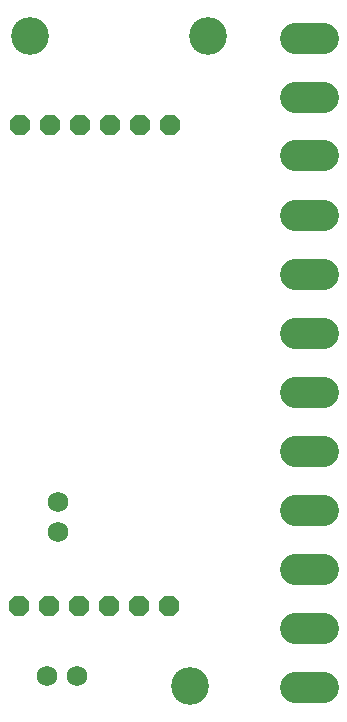
<source format=gbr>
G04 EAGLE Gerber RS-274X export*
G75*
%MOMM*%
%FSLAX34Y34*%
%LPD*%
%INSoldermask Top*%
%IPPOS*%
%AMOC8*
5,1,8,0,0,1.08239X$1,22.5*%
G01*
%ADD10C,3.203200*%
%ADD11C,2.583200*%
%ADD12C,1.727200*%
%ADD13P,1.869504X8X292.500000*%
%ADD14P,1.869504X8X112.500000*%


D10*
X170000Y50000D03*
X35000Y600000D03*
X185000Y600000D03*
D11*
X259300Y499110D02*
X283100Y499110D01*
X283100Y449110D02*
X259300Y449110D01*
D12*
X58500Y180100D03*
X58500Y205500D03*
X48800Y58500D03*
X74200Y58500D03*
D11*
X259300Y598910D02*
X283100Y598910D01*
X283100Y548910D02*
X259300Y548910D01*
X259300Y399110D02*
X283100Y399110D01*
X283100Y349110D02*
X259300Y349110D01*
X259300Y299110D02*
X283100Y299110D01*
X283100Y249110D02*
X259300Y249110D01*
X259300Y199110D02*
X283100Y199110D01*
X283100Y149110D02*
X259300Y149110D01*
X259300Y99010D02*
X283100Y99010D01*
X283100Y49010D02*
X259300Y49010D01*
D13*
X152600Y117800D03*
X127200Y117800D03*
X101800Y117800D03*
X76400Y117800D03*
X51000Y117800D03*
X25600Y117800D03*
D14*
X25800Y524500D03*
X51200Y524500D03*
X76600Y524500D03*
X102000Y524500D03*
X127400Y524500D03*
X152800Y524500D03*
M02*

</source>
